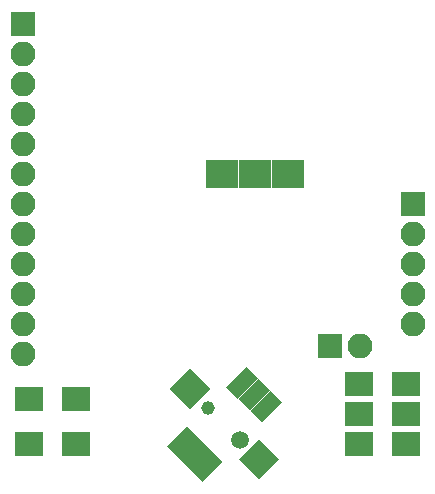
<source format=gbr>
G04 #@! TF.FileFunction,Soldermask,Top*
%FSLAX46Y46*%
G04 Gerber Fmt 4.6, Leading zero omitted, Abs format (unit mm)*
G04 Created by KiCad (PCBNEW 4.0.7) date 04/18/19 12:47:30*
%MOMM*%
%LPD*%
G01*
G04 APERTURE LIST*
%ADD10C,0.100000*%
%ADD11R,2.400000X2.100000*%
%ADD12R,2.100000X2.100000*%
%ADD13O,2.100000X2.100000*%
%ADD14C,1.160000*%
%ADD15C,1.500000*%
%ADD16R,0.750000X2.400000*%
G04 APERTURE END LIST*
D10*
D11*
X144050000Y-140970000D03*
X148050000Y-140970000D03*
X116110000Y-143510000D03*
X120110000Y-143510000D03*
X144050000Y-143510000D03*
X148050000Y-143510000D03*
X116110000Y-139700000D03*
X120110000Y-139700000D03*
X148050000Y-138430000D03*
X144050000Y-138430000D03*
D12*
X115570000Y-107950000D03*
D13*
X115570000Y-110490000D03*
X115570000Y-113030000D03*
X115570000Y-115570000D03*
X115570000Y-118110000D03*
X115570000Y-120650000D03*
X115570000Y-123190000D03*
X115570000Y-125730000D03*
X115570000Y-128270000D03*
X115570000Y-130810000D03*
X115570000Y-133350000D03*
X115570000Y-135890000D03*
D12*
X148590000Y-123190000D03*
D13*
X148590000Y-125730000D03*
X148590000Y-128270000D03*
X148590000Y-130810000D03*
X148590000Y-133350000D03*
D10*
G36*
X135800688Y-141706878D02*
X134810738Y-140716928D01*
X136507794Y-139019872D01*
X137497744Y-140009822D01*
X135800688Y-141706878D01*
X135800688Y-141706878D01*
G37*
G36*
X134793060Y-140699251D02*
X133803110Y-139709301D01*
X135500166Y-138012245D01*
X136490116Y-139002195D01*
X134793060Y-140699251D01*
X134793060Y-140699251D01*
G37*
G36*
X133785433Y-139691623D02*
X132795483Y-138701673D01*
X134492539Y-137004617D01*
X135482489Y-137994567D01*
X133785433Y-139691623D01*
X133785433Y-139691623D01*
G37*
G36*
X128764975Y-144712082D02*
X127775025Y-143722132D01*
X129472081Y-142025076D01*
X130462031Y-143015026D01*
X128764975Y-144712082D01*
X128764975Y-144712082D01*
G37*
G36*
X130780229Y-146727336D02*
X129790279Y-145737386D01*
X131487335Y-144040330D01*
X132477285Y-145030280D01*
X130780229Y-146727336D01*
X130780229Y-146727336D01*
G37*
G36*
X129772602Y-145719709D02*
X128782652Y-144729759D01*
X130479708Y-143032703D01*
X131469658Y-144022653D01*
X129772602Y-145719709D01*
X129772602Y-145719709D01*
G37*
G36*
X135553200Y-146479848D02*
X133856144Y-144782792D01*
X135553200Y-143085736D01*
X137250256Y-144782792D01*
X135553200Y-146479848D01*
X135553200Y-146479848D01*
G37*
G36*
X129754924Y-140540151D02*
X128057868Y-138843095D01*
X129754924Y-137146039D01*
X131451980Y-138843095D01*
X129754924Y-140540151D01*
X129754924Y-140540151D01*
G37*
D14*
X131275204Y-140504796D03*
D15*
X133962210Y-143191802D03*
D16*
X139080000Y-120650000D03*
X138380000Y-120650000D03*
X137680000Y-120650000D03*
X136980000Y-120650000D03*
X136280000Y-120650000D03*
X135580000Y-120650000D03*
X134880000Y-120650000D03*
X134180000Y-120650000D03*
X133480000Y-120650000D03*
X132780000Y-120650000D03*
X132080000Y-120650000D03*
X131380000Y-120650000D03*
D12*
X141541500Y-135280400D03*
D13*
X144081500Y-135280400D03*
M02*

</source>
